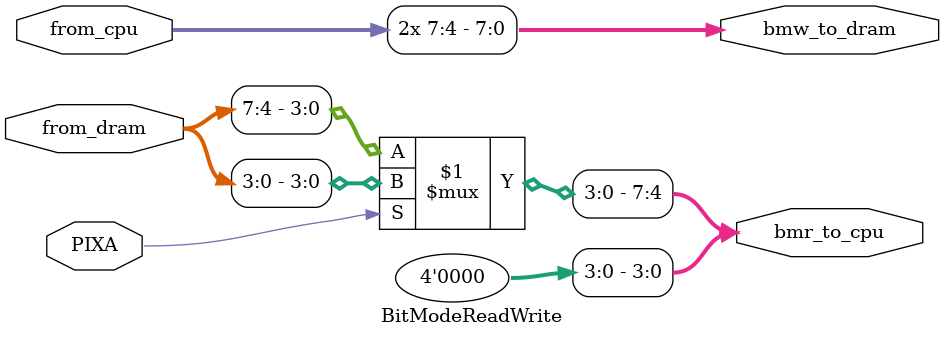
<source format=v>
module BitModeReadWrite
(
   input [7:0] from_dram,
   input PIXA,
   output [7:0] bmr_to_cpu,
   
   input [7:0] from_cpu,
   output [7:0] bmw_to_dram
);

assign bmr_to_cpu = { PIXA ? from_dram[3:0] : from_dram[7:4], 4'b000 };
assign bmw_to_dram = { from_cpu[7:4], from_cpu[7:4] };

endmodule
</source>
